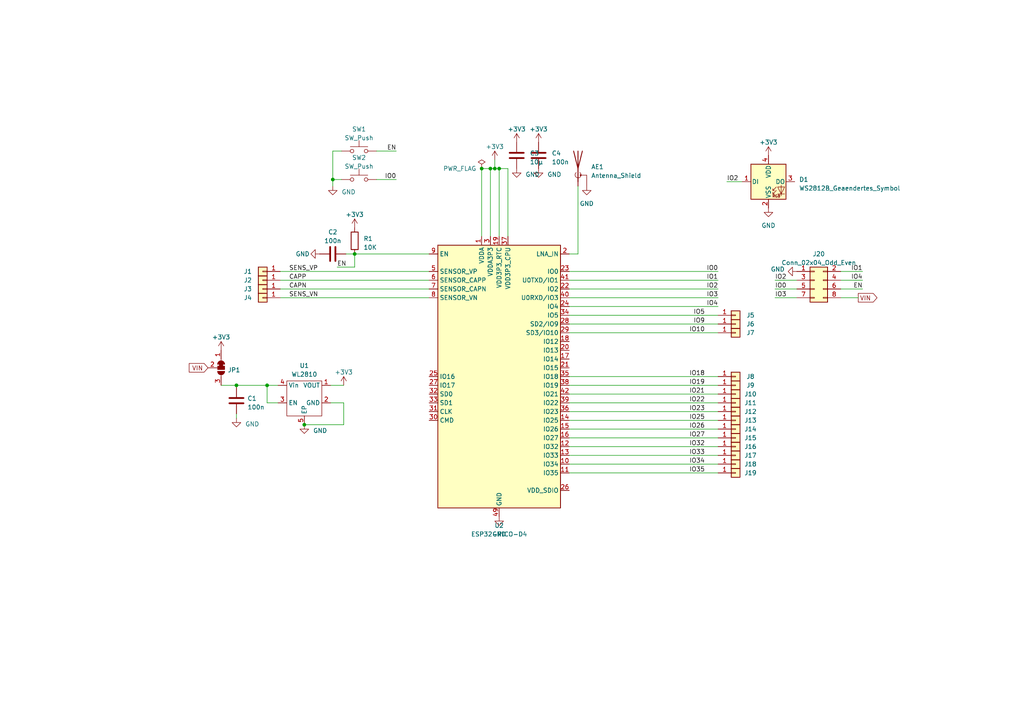
<source format=kicad_sch>
(kicad_sch (version 20210406) (generator eeschema)
  (paper "A4")
  (lib_symbols
    (symbol "Connector_Generic:Conn_01x01" (pin_names (offset 1.016) hide)
      (property "Reference" "J" (at 0 2.54 0))
      (property "Value" "Conn_01x01" (at 0 -2.54 0))
      (symbol "Conn_01x01_1_1"
        (rectangle (start -1.27 0.127) (end 0 -0.127) (stroke (width 0.1524)))
        (rectangle (start -1.27 1.27) (end 1.27 -1.27) (stroke (width 0.254)) (fill (type background)))
        (pin passive line (at -5.08 0 0) (length 3.81) (name "Pin_1") (number "1"))
      )
    )
    (symbol "Connector_Generic:Conn_02x04_Odd_Even" (pin_names (offset 1.016) hide)
      (property "Reference" "J" (at 1.27 5.08 0))
      (property "Value" "Conn_02x04_Odd_Even" (at 1.27 -7.62 0))
      (symbol "Conn_02x04_Odd_Even_1_1"
        (rectangle (start -1.27 -4.953) (end 0 -5.207) (stroke (width 0.1524)))
        (rectangle (start -1.27 -2.413) (end 0 -2.667) (stroke (width 0.1524)))
        (rectangle (start -1.27 0.127) (end 0 -0.127) (stroke (width 0.1524)))
        (rectangle (start -1.27 2.667) (end 0 2.413) (stroke (width 0.1524)))
        (rectangle (start 3.81 -4.953) (end 2.54 -5.207) (stroke (width 0.1524)))
        (rectangle (start 3.81 -2.413) (end 2.54 -2.667) (stroke (width 0.1524)))
        (rectangle (start 3.81 0.127) (end 2.54 -0.127) (stroke (width 0.1524)))
        (rectangle (start 3.81 2.667) (end 2.54 2.413) (stroke (width 0.1524)))
        (rectangle (start -1.27 3.81) (end 3.81 -6.35) (stroke (width 0.254)) (fill (type background)))
        (pin passive line (at -5.08 2.54 0) (length 3.81) (name "Pin_1") (number "1"))
        (pin passive line (at 7.62 2.54 180) (length 3.81) (name "Pin_2") (number "2"))
        (pin passive line (at -5.08 0 0) (length 3.81) (name "Pin_3") (number "3"))
        (pin passive line (at 7.62 0 180) (length 3.81) (name "Pin_4") (number "4"))
        (pin passive line (at -5.08 -2.54 0) (length 3.81) (name "Pin_5") (number "5"))
        (pin passive line (at 7.62 -2.54 180) (length 3.81) (name "Pin_6") (number "6"))
        (pin passive line (at -5.08 -5.08 0) (length 3.81) (name "Pin_7") (number "7"))
        (pin passive line (at 7.62 -5.08 180) (length 3.81) (name "Pin_8") (number "8"))
      )
    )
    (symbol "Device:Antenna_Shield" (pin_numbers hide) (pin_names (offset 1.016) hide)
      (property "Reference" "AE" (at -1.905 4.445 0))
      (property "Value" "Antenna_Shield" (at -1.905 2.54 0))
      (symbol "Antenna_Shield_0_1"
        (arc (start 0 -2.667) (end -0.508 -1.143) (radius (at -0.0254 -1.8542) (length 0.8128) (angles -88.2 124.2)))
        (arc (start 0 -2.667) (end 0.508 -1.143) (radius (at 0.0254 -1.8542) (length 0.8128) (angles -91.8 55.8)))
        (circle (center 0.762 -1.905) (radius 0.1778) (fill (type outline)))
        (polyline (pts (xy 0 -2.54) (xy 0 0)))
        (polyline (pts (xy 0 5.08) (xy 0 -3.81)) (stroke (width 0.254)))
        (polyline (pts (xy 0.762 -1.905) (xy 2.54 -1.905)))
        (polyline (pts (xy 2.54 -2.54) (xy 2.54 -1.905)))
        (polyline (pts (xy 1.27 5.08) (xy 0 0) (xy -1.27 5.08)) (stroke (width 0.254)))
      )
      (symbol "Antenna_Shield_1_1"
        (pin input line (at 0 -5.08 90) (length 2.54) (name "A") (number "1"))
        (pin input line (at 2.54 -5.08 90) (length 2.54) (name "Shield") (number "2"))
      )
    )
    (symbol "Device:C" (pin_numbers hide) (pin_names (offset 0.254))
      (property "Reference" "C" (at 0.635 2.54 0))
      (property "Value" "C" (at 0.635 -2.54 0))
      (symbol "C_0_1"
        (polyline (pts (xy -2.032 -0.762) (xy 2.032 -0.762)) (stroke (width 0.508)))
        (polyline (pts (xy -2.032 0.762) (xy 2.032 0.762)) (stroke (width 0.508)))
      )
      (symbol "C_1_1"
        (pin passive line (at 0 3.81 270) (length 2.794) (name "~") (number "1"))
        (pin passive line (at 0 -3.81 90) (length 2.794) (name "~") (number "2"))
      )
    )
    (symbol "Device:R" (pin_numbers hide) (pin_names (offset 0))
      (property "Reference" "R" (at 2.032 0 90))
      (property "Value" "R" (at 0 0 90))
      (symbol "R_0_1"
        (rectangle (start -1.016 -2.54) (end 1.016 2.54) (stroke (width 0.254)))
      )
      (symbol "R_1_1"
        (pin passive line (at 0 3.81 270) (length 1.27) (name "~") (number "1"))
        (pin passive line (at 0 -3.81 90) (length 1.27) (name "~") (number "2"))
      )
    )
    (symbol "Jumper:SolderJumper_3_Bridged12" (pin_names (offset 0) hide)
      (property "Reference" "JP" (at -2.54 -2.54 0))
      (property "Value" "SolderJumper_3_Bridged12" (at 0 2.794 0))
      (symbol "SolderJumper_3_Bridged12_0_1"
        (arc (start -1.016 1.016) (end -1.016 -1.016) (radius (at -1.016 0) (length 1.016) (angles 90.1 -90.1)))
        (arc (start 1.016 -1.016) (end 1.016 1.016) (radius (at 1.016 0) (length 1.016) (angles -89.9 89.9)))
        (arc (start -1.016 1.016) (end -1.016 -1.016) (radius (at -1.016 0) (length 1.016) (angles 90.1 -90.1)) (fill (type outline)))
        (arc (start 1.016 -1.016) (end 1.016 1.016) (radius (at 1.016 0) (length 1.016) (angles -89.9 89.9)) (fill (type outline)))
        (rectangle (start -1.016 0.508) (end -0.508 -0.508) (fill (type outline)))
        (rectangle (start -0.508 1.016) (end 0.508 -1.016) (fill (type outline)))
        (polyline (pts (xy -2.54 0) (xy -2.032 0)))
        (polyline (pts (xy -1.016 1.016) (xy -1.016 -1.016)))
        (polyline (pts (xy 0 -1.27) (xy 0 -1.016)))
        (polyline (pts (xy 1.016 1.016) (xy 1.016 -1.016)))
        (polyline (pts (xy 2.54 0) (xy 2.032 0)))
      )
      (symbol "SolderJumper_3_Bridged12_1_1"
        (pin passive line (at -5.08 0 0) (length 2.54) (name "A") (number "1"))
        (pin input line (at 0 -3.81 90) (length 2.54) (name "C") (number "2"))
        (pin passive line (at 5.08 0 180) (length 2.54) (name "B") (number "3"))
      )
    )
    (symbol "RF_Module:ESP32-PICO-D4"
      (property "Reference" "U" (at -17.78 39.37 0))
      (property "Value" "ESP32-PICO-D4" (at 3.81 39.37 0))
      (symbol "ESP32-PICO-D4_0_0"
        (pin power_in line (at -5.08 40.64 270) (length 2.54) (name "VDDA") (number "1"))
        (pin input line (at 20.32 -25.4 180) (length 2.54) (name "IO34") (number "10"))
        (pin input line (at 20.32 -27.94 180) (length 2.54) (name "IO35") (number "11"))
        (pin bidirectional line (at 20.32 -20.32 180) (length 2.54) (name "IO32") (number "12"))
        (pin bidirectional line (at 20.32 -22.86 180) (length 2.54) (name "IO33") (number "13"))
        (pin bidirectional line (at 20.32 -12.7 180) (length 2.54) (name "IO25") (number "14"))
        (pin bidirectional line (at 20.32 -15.24 180) (length 2.54) (name "IO26") (number "15"))
        (pin bidirectional line (at 20.32 -17.78 180) (length 2.54) (name "IO27") (number "16"))
        (pin bidirectional line (at 20.32 5.08 180) (length 2.54) (name "IO14") (number "17"))
        (pin bidirectional line (at 20.32 10.16 180) (length 2.54) (name "IO12") (number "18"))
        (pin power_in line (at 0 40.64 270) (length 2.54) (name "VDD3P3_RTC") (number "19"))
        (pin bidirectional line (at 20.32 35.56 180) (length 2.54) (name "LNA_IN") (number "2"))
        (pin bidirectional line (at 20.32 7.62 180) (length 2.54) (name "IO13") (number "20"))
        (pin bidirectional line (at 20.32 2.54 180) (length 2.54) (name "IO15") (number "21"))
        (pin bidirectional line (at 20.32 25.4 180) (length 2.54) (name "IO2") (number "22"))
        (pin bidirectional line (at 20.32 30.48 180) (length 2.54) (name "IO0") (number "23"))
        (pin bidirectional line (at 20.32 20.32 180) (length 2.54) (name "IO4") (number "24"))
        (pin bidirectional line (at -20.32 0 0) (length 2.54) (name "IO16") (number "25"))
        (pin power_out line (at 20.32 -33.02 180) (length 2.54) (name "VDD_SDIO") (number "26"))
        (pin bidirectional line (at -20.32 -2.54 0) (length 2.54) (name "IO17") (number "27"))
        (pin bidirectional line (at 20.32 15.24 180) (length 2.54) (name "SD2/IO9") (number "28"))
        (pin bidirectional line (at 20.32 12.7 180) (length 2.54) (name "SD3/IO10") (number "29"))
        (pin power_in line (at -2.54 40.64 270) (length 2.54) (name "VDDA3P3") (number "3"))
        (pin bidirectional line (at -20.32 -12.7 0) (length 2.54) (name "CMD") (number "30"))
        (pin bidirectional line (at -20.32 -10.16 0) (length 2.54) (name "CLK") (number "31"))
        (pin bidirectional line (at -20.32 -5.08 0) (length 2.54) (name "SD0") (number "32"))
        (pin bidirectional line (at -20.32 -7.62 0) (length 2.54) (name "SD1") (number "33"))
        (pin bidirectional line (at 20.32 17.78 180) (length 2.54) (name "IO5") (number "34"))
        (pin bidirectional line (at 20.32 0 180) (length 2.54) (name "IO18") (number "35"))
        (pin bidirectional line (at 20.32 -10.16 180) (length 2.54) (name "IO23") (number "36"))
        (pin power_in line (at 2.54 40.64 270) (length 2.54) (name "VDD3P3_CPU") (number "37"))
        (pin bidirectional line (at 20.32 -2.54 180) (length 2.54) (name "IO19") (number "38"))
        (pin bidirectional line (at 20.32 -7.62 180) (length 2.54) (name "IO22") (number "39"))
        (pin passive line (at -2.54 40.64 270) (length 2.54) hide (name "VDDA3P3") (number "4"))
        (pin bidirectional line (at 20.32 22.86 180) (length 2.54) (name "U0RXD/IO3") (number "40"))
        (pin bidirectional line (at 20.32 27.94 180) (length 2.54) (name "U0TXD/IO1") (number "41"))
        (pin bidirectional line (at 20.32 -5.08 180) (length 2.54) (name "IO21") (number "42"))
        (pin passive line (at -5.08 40.64 270) (length 2.54) hide (name "VDDA") (number "43"))
        (pin no_connect line (at -17.78 -25.4 0) (length 2.54) hide (name "XTAL_N_NC") (number "44"))
        (pin no_connect line (at -17.78 -27.94 0) (length 2.54) hide (name "XTAL_P_NC") (number "45"))
        (pin passive line (at -5.08 40.64 270) (length 2.54) hide (name "VDDA") (number "46"))
        (pin no_connect line (at -17.78 -30.48 0) (length 2.54) hide (name "CAP2_NC") (number "47"))
        (pin no_connect line (at -17.78 -33.02 0) (length 2.54) hide (name "CAP1_NC") (number "48"))
        (pin power_in line (at 0 -40.64 90) (length 2.54) (name "GND") (number "49"))
        (pin input line (at -20.32 30.48 0) (length 2.54) (name "SENSOR_VP") (number "5"))
        (pin input line (at -20.32 27.94 0) (length 2.54) (name "SENSOR_CAPP") (number "6"))
        (pin input line (at -20.32 25.4 0) (length 2.54) (name "SENSOR_CAPN") (number "7"))
        (pin input line (at -20.32 22.86 0) (length 2.54) (name "SENSOR_VN") (number "8"))
        (pin input line (at -20.32 35.56 0) (length 2.54) (name "EN") (number "9"))
      )
      (symbol "ESP32-PICO-D4_0_1"
        (rectangle (start -17.78 38.1) (end 17.78 -38.1) (stroke (width 0.254)) (fill (type background)))
      )
    )
    (symbol "Switch:SW_Push" (pin_numbers hide) (pin_names (offset 1.016) hide)
      (property "Reference" "SW" (at 1.27 2.54 0))
      (property "Value" "SW_Push" (at 0 -1.524 0))
      (symbol "SW_Push_0_1"
        (circle (center -2.032 0) (radius 0.508))
        (circle (center 2.032 0) (radius 0.508))
        (polyline (pts (xy 0 1.27) (xy 0 3.048)))
        (polyline (pts (xy 2.54 1.27) (xy -2.54 1.27)))
        (pin passive line (at -5.08 0 0) (length 2.54) (name "1") (number "1"))
        (pin passive line (at 5.08 0 180) (length 2.54) (name "2") (number "2"))
      )
    )
    (symbol "TheBrutzlers_Lib:WL2810"
      (property "Reference" "U" (at 0 7.62 0))
      (property "Value" "WL2810" (at 1.27 5.08 0))
      (symbol "WL2810_0_1"
        (rectangle (start -3.81 3.81) (end 6.35 -6.35) (stroke (width 0.1524)))
      )
      (symbol "WL2810_1_1"
        (pin power_out line (at 8.89 2.54 180) (length 2.54) (name "VOUT") (number "1"))
        (pin power_out line (at 8.89 -2.54 180) (length 2.54) (name "GND") (number "2"))
        (pin input line (at -6.35 -2.54 0) (length 2.54) (name "EN") (number "3"))
        (pin power_in line (at -6.35 2.54 0) (length 2.54) (name "Vin") (number "4"))
        (pin input line (at 1.27 -8.89 90) (length 2.54) (name "EP") (number "5"))
      )
    )
    (symbol "TheBrutzlers_Lib:WS2812B_Geaendertes_Symbol_1" (pin_names (offset 0.254))
      (property "Reference" "D1" (at 9.525 0.6351 0))
      (property "Value" "WS2812B_Geaendertes_Symbol" (at 9.525 -1.9049 0))
      (symbol "WS2812B_Geaendertes_Symbol_1_0_0"
        (text "RGB" (at 2.286 -4.191 0) (effects (font (size 0.762 0.762))))
      )
      (symbol "WS2812B_Geaendertes_Symbol_1_0_1"
        (rectangle (start 5.08 5.08) (end -5.08 -5.08) (stroke (width 0.254)) (fill (type background)))
        (polyline (pts (xy 1.27 -3.556) (xy 1.778 -3.556)))
        (polyline (pts (xy 1.27 -2.54) (xy 1.778 -2.54)))
        (polyline (pts (xy 4.699 -3.556) (xy 2.667 -3.556)))
        (polyline (pts (xy 2.286 -2.54) (xy 1.27 -3.556) (xy 1.27 -3.048)))
        (polyline (pts (xy 2.286 -1.524) (xy 1.27 -2.54) (xy 1.27 -2.032)))
        (polyline (pts (xy 3.683 -1.016) (xy 3.683 -3.556) (xy 3.683 -4.064)))
        (polyline (pts (xy 4.699 -1.524) (xy 2.667 -1.524) (xy 3.683 -3.556) (xy 4.699 -1.524)))
      )
      (symbol "WS2812B_Geaendertes_Symbol_1_1_1"
        (pin input line (at -7.62 0 0) (length 2.54) (name "DI") (number "1"))
        (pin power_in line (at 0 -7.62 90) (length 2.54) (name "VSS") (number "2"))
        (pin output line (at 7.62 0 180) (length 2.54) (name "DO") (number "3"))
        (pin power_in line (at 0 7.62 270) (length 2.54) (name "VDD") (number "4"))
      )
    )
    (symbol "power:+3V3" (power) (pin_names (offset 0))
      (property "Value" "+3V3" (at 0 3.556 0))
      (symbol "+3V3_0_1"
        (polyline (pts (xy -0.762 1.27) (xy 0 2.54)))
        (polyline (pts (xy 0 0) (xy 0 2.54)))
        (polyline (pts (xy 0 2.54) (xy 0.762 1.27)))
      )
      (symbol "+3V3_1_1"
        (pin power_in line (at 0 0 90) (length 0) hide (name "+3V3") (number "1"))
      )
    )
    (symbol "power:GND" (power) (pin_names (offset 0))
      (property "Value" "GND" (at 0 -3.81 0))
      (symbol "GND_0_1"
        (polyline (pts (xy 0 0) (xy 0 -1.27) (xy 1.27 -1.27) (xy 0 -2.54) (xy -1.27 -1.27) (xy 0 -1.27)))
      )
      (symbol "GND_1_1"
        (pin power_in line (at 0 0 270) (length 0) hide (name "GND") (number "1"))
      )
    )
    (symbol "power:PWR_FLAG" (power) (pin_numbers hide) (pin_names (offset 0) hide)
      (property "Value" "PWR_FLAG" (at 0 3.81 0))
      (symbol "PWR_FLAG_0_0"
        (pin power_out line (at 0 0 90) (length 0) (name "pwr") (number "1"))
      )
      (symbol "PWR_FLAG_0_1"
        (polyline (pts (xy 0 0) (xy 0 1.27) (xy -1.016 1.905) (xy 0 2.54) (xy 1.016 1.905) (xy 0 1.27)))
      )
    )
  )
  (junction (at 68.58 111.76) (diameter 0.9144))
  (junction (at 77.47 111.76) (diameter 0.9144))
  (junction (at 88.265 123.19) (diameter 0.9144))
  (junction (at 96.52 52.07) (diameter 0.9144))
  (junction (at 102.87 73.66) (diameter 0.9144))
  (junction (at 139.7 48.895) (diameter 0.9144))
  (junction (at 142.24 48.895) (diameter 0.9144))
  (junction (at 143.51 48.895) (diameter 0.9144))
  (junction (at 144.78 48.895) (diameter 0.9144))
  (wire (pts (xy 64.135 111.76) (xy 68.58 111.76)))
  (wire (pts (xy 68.58 111.76) (xy 68.58 112.395)))
  (wire (pts (xy 68.58 111.76) (xy 77.47 111.76)))
  (wire (pts (xy 68.58 121.285) (xy 68.58 120.015)))
  (wire (pts (xy 77.47 111.76) (xy 77.47 116.84)))
  (wire (pts (xy 77.47 111.76) (xy 80.645 111.76)))
  (wire (pts (xy 80.645 116.84) (xy 77.47 116.84)))
  (wire (pts (xy 81.28 78.74) (xy 124.46 78.74)))
  (wire (pts (xy 81.28 81.28) (xy 124.46 81.28)))
  (wire (pts (xy 81.28 83.82) (xy 124.46 83.82)))
  (wire (pts (xy 81.28 86.36) (xy 124.46 86.36)))
  (wire (pts (xy 95.885 111.76) (xy 99.695 111.76)))
  (wire (pts (xy 95.885 116.84) (xy 99.695 116.84)))
  (wire (pts (xy 96.52 43.815) (xy 96.52 52.07)))
  (wire (pts (xy 96.52 52.07) (xy 96.52 53.975)))
  (wire (pts (xy 97.79 77.47) (xy 102.87 77.47)))
  (wire (pts (xy 99.06 43.815) (xy 96.52 43.815)))
  (wire (pts (xy 99.06 52.07) (xy 96.52 52.07)))
  (wire (pts (xy 99.695 116.84) (xy 99.695 123.19)))
  (wire (pts (xy 99.695 123.19) (xy 88.265 123.19)))
  (wire (pts (xy 100.33 73.66) (xy 102.87 73.66)))
  (wire (pts (xy 102.87 73.66) (xy 102.87 77.47)))
  (wire (pts (xy 102.87 73.66) (xy 124.46 73.66)))
  (wire (pts (xy 109.22 43.815) (xy 114.935 43.815)))
  (wire (pts (xy 109.22 52.07) (xy 114.935 52.07)))
  (wire (pts (xy 139.7 48.895) (xy 139.7 68.58)))
  (wire (pts (xy 142.24 48.895) (xy 139.7 48.895)))
  (wire (pts (xy 142.24 48.895) (xy 142.24 68.58)))
  (wire (pts (xy 143.51 46.355) (xy 143.51 48.895)))
  (wire (pts (xy 143.51 48.895) (xy 142.24 48.895)))
  (wire (pts (xy 144.78 48.895) (xy 143.51 48.895)))
  (wire (pts (xy 144.78 48.895) (xy 144.78 68.58)))
  (wire (pts (xy 147.32 48.895) (xy 144.78 48.895)))
  (wire (pts (xy 147.32 48.895) (xy 147.32 68.58)))
  (wire (pts (xy 165.1 78.74) (xy 208.28 78.74)))
  (wire (pts (xy 165.1 81.28) (xy 208.28 81.28)))
  (wire (pts (xy 165.1 83.82) (xy 208.28 83.82)))
  (wire (pts (xy 165.1 86.36) (xy 208.28 86.36)))
  (wire (pts (xy 165.1 88.9) (xy 208.28 88.9)))
  (wire (pts (xy 165.1 91.44) (xy 208.28 91.44)))
  (wire (pts (xy 165.1 93.98) (xy 208.28 93.98)))
  (wire (pts (xy 165.1 96.52) (xy 208.28 96.52)))
  (wire (pts (xy 165.1 109.22) (xy 208.28 109.22)))
  (wire (pts (xy 165.1 111.76) (xy 208.28 111.76)))
  (wire (pts (xy 165.1 114.3) (xy 208.28 114.3)))
  (wire (pts (xy 165.1 116.84) (xy 208.28 116.84)))
  (wire (pts (xy 165.1 119.38) (xy 208.28 119.38)))
  (wire (pts (xy 165.1 121.92) (xy 208.28 121.92)))
  (wire (pts (xy 165.1 124.46) (xy 208.28 124.46)))
  (wire (pts (xy 165.1 127) (xy 208.28 127)))
  (wire (pts (xy 165.1 129.54) (xy 208.28 129.54)))
  (wire (pts (xy 165.1 132.08) (xy 208.28 132.08)))
  (wire (pts (xy 165.1 134.62) (xy 208.28 134.62)))
  (wire (pts (xy 165.1 137.16) (xy 208.28 137.16)))
  (wire (pts (xy 167.64 53.975) (xy 167.64 73.66)))
  (wire (pts (xy 167.64 73.66) (xy 165.1 73.66)))
  (wire (pts (xy 210.82 52.705) (xy 215.265 52.705)))
  (wire (pts (xy 224.79 81.28) (xy 231.14 81.28)))
  (wire (pts (xy 224.79 83.82) (xy 231.14 83.82)))
  (wire (pts (xy 224.79 86.36) (xy 231.14 86.36)))
  (wire (pts (xy 243.84 78.74) (xy 250.19 78.74)))
  (wire (pts (xy 243.84 81.28) (xy 250.19 81.28)))
  (wire (pts (xy 243.84 83.82) (xy 250.19 83.82)))
  (wire (pts (xy 243.84 86.36) (xy 248.92 86.36)))
  (label "SENS_VP" (at 83.82 78.74 0))
  (label "CAPP" (at 83.82 81.28 0))
  (label "CAPN" (at 83.82 83.82 0))
  (label "SENS_VN" (at 83.82 86.36 0))
  (label "EN" (at 97.79 77.47 0))
  (label "EN" (at 114.935 43.815 180))
  (label "IO0" (at 114.935 52.07 180))
  (label "IO5" (at 204.47 91.44 180))
  (label "IO9" (at 204.47 93.98 180))
  (label "IO10" (at 204.47 96.52 180))
  (label "IO18" (at 204.47 109.22 180))
  (label "IO19" (at 204.47 111.76 180))
  (label "IO21" (at 204.47 114.3 180))
  (label "IO22" (at 204.47 116.84 180))
  (label "IO23" (at 204.47 119.38 180))
  (label "IO25" (at 204.47 121.92 180))
  (label "IO26" (at 204.47 124.46 180))
  (label "IO27" (at 204.47 127 180))
  (label "IO32" (at 204.47 129.54 180))
  (label "IO33" (at 204.47 132.08 180))
  (label "IO34" (at 204.47 134.62 180))
  (label "IO35" (at 204.47 137.16 180))
  (label "IO0" (at 208.28 78.74 180))
  (label "IO1" (at 208.28 81.28 180))
  (label "IO2" (at 208.28 83.82 180))
  (label "IO3" (at 208.28 86.36 180))
  (label "IO4" (at 208.28 88.9 180))
  (label "IO2" (at 210.82 52.705 0))
  (label "IO2" (at 224.79 81.28 0))
  (label "IO0" (at 224.79 83.82 0))
  (label "IO3" (at 224.79 86.36 0))
  (label "IO1" (at 250.19 78.74 180))
  (label "IO4" (at 250.19 81.28 180))
  (label "EN" (at 250.19 83.82 180))
  (global_label "VIN" (shape input) (at 60.325 106.68 180) (property "Intersheet References" "${INTERSHEET_REFS}" (effects hide)))
  (global_label "VIN" (shape output) (at 248.92 86.36 0) (property "Intersheet References" "${INTERSHEET_REFS}" (effects hide)))
  (symbol (lib_id "power:+3V3") (at 64.135 101.6 0) (unit 1)
    (property "Reference" "#PWR01" (effects hide))
    (property "Value" "+3V3" (at 64.135 97.79 0))
  )
  (symbol (lib_id "power:+3V3") (at 99.695 111.76 0) (unit 1)
    (property "Reference" "#PWR06" (effects hide))
    (property "Value" "+3V3" (at 99.695 107.95 0))
  )
  (symbol (lib_id "power:+3V3") (at 102.87 66.04 0) (unit 1)
    (property "Reference" "#PWR07" (effects hide))
    (property "Value" "+3V3" (at 102.87 62.23 0))
  )
  (symbol (lib_id "power:+3V3") (at 143.51 46.355 0) (unit 1)
    (property "Reference" "#PWR08" (effects hide))
    (property "Value" "+3V3" (at 143.51 42.545 0))
  )
  (symbol (lib_id "power:+3V3") (at 149.86 41.275 0) (unit 1)
    (property "Reference" "#PWR010" (effects hide))
    (property "Value" "+3V3" (at 149.86 37.465 0))
  )
  (symbol (lib_id "power:+3V3") (at 156.21 41.275 0) (unit 1)
    (property "Reference" "#PWR012" (effects hide))
    (property "Value" "+3V3" (at 156.21 37.465 0))
  )
  (symbol (lib_id "power:+3V3") (at 222.885 45.085 0) (unit 1)
    (property "Reference" "#PWR015" (effects hide))
    (property "Value" "+3V3" (at 222.885 41.275 0))
  )
  (symbol (lib_id "power:PWR_FLAG") (at 139.7 48.895 0) (unit 1)
    (property "Reference" "#FLG01" (effects hide))
    (property "Value" "PWR_FLAG" (at 133.35 48.895 0))
  )
  (symbol (lib_id "power:GND") (at 68.58 121.285 0) (unit 1)
    (property "Reference" "#PWR02" (effects hide))
    (property "Value" "GND" (at 71.12 122.9994 0) (effects (justify left)))
  )
  (symbol (lib_id "power:GND") (at 88.265 123.19 0) (unit 1)
    (property "Reference" "#PWR03" (effects hide))
    (property "Value" "GND" (at 90.805 124.9044 0) (effects (justify left)))
  )
  (symbol (lib_id "power:GND") (at 92.71 73.66 270) (unit 1)
    (property "Reference" "#PWR04" (effects hide))
    (property "Value" "GND" (at 85.725 73.6599 90) (effects (justify left)))
  )
  (symbol (lib_id "power:GND") (at 96.52 53.975 0) (unit 1)
    (property "Reference" "#PWR05" (effects hide))
    (property "Value" "GND" (at 99.06 55.6894 0) (effects (justify left)))
  )
  (symbol (lib_id "power:GND") (at 144.78 149.86 0) (unit 1)
    (property "Reference" "#PWR09" (effects hide))
    (property "Value" "GND" (at 144.78 154.94 0))
  )
  (symbol (lib_id "power:GND") (at 149.86 48.895 0) (unit 1)
    (property "Reference" "#PWR011" (effects hide))
    (property "Value" "GND" (at 152.4 50.6094 0) (effects (justify left)))
  )
  (symbol (lib_id "power:GND") (at 156.21 48.895 0) (unit 1)
    (property "Reference" "#PWR013" (effects hide))
    (property "Value" "GND" (at 158.75 50.6094 0) (effects (justify left)))
  )
  (symbol (lib_id "power:GND") (at 170.18 53.975 0) (unit 1)
    (property "Reference" "#PWR014" (effects hide))
    (property "Value" "GND" (at 170.18 59.055 0))
  )
  (symbol (lib_id "power:GND") (at 222.885 60.325 0) (unit 1)
    (property "Reference" "#PWR016" (effects hide))
    (property "Value" "GND" (at 222.885 65.405 0))
  )
  (symbol (lib_id "power:GND") (at 231.14 78.74 270) (unit 1)
    (property "Reference" "#PWR017" (effects hide))
    (property "Value" "GND" (at 223.52 78.1049 90) (effects (justify left)))
  )
  (symbol (lib_id "Connector_Generic:Conn_01x01") (at 76.2 78.74 180) (unit 1)
    (property "Reference" "J1" (at 71.882 78.74 0))
    (property "Value" "Conn_01x01" (effects hide))
    (property "Footprint" "Eigene:CON_1x01" (effects hide))
  )
  (symbol (lib_id "Connector_Generic:Conn_01x01") (at 76.2 81.28 180) (unit 1)
    (property "Reference" "J2" (at 71.882 81.28 0))
    (property "Value" "Conn_01x01" (effects hide))
    (property "Footprint" "Eigene:CON_1x01" (effects hide))
  )
  (symbol (lib_id "Connector_Generic:Conn_01x01") (at 76.2 83.82 180) (unit 1)
    (property "Reference" "J3" (at 71.882 83.82 0))
    (property "Value" "Conn_01x01" (effects hide))
    (property "Footprint" "Eigene:CON_1x01" (effects hide))
  )
  (symbol (lib_id "Connector_Generic:Conn_01x01") (at 76.2 86.36 180) (unit 1)
    (property "Reference" "J4" (at 71.882 86.36 0))
    (property "Value" "Conn_01x01" (effects hide))
    (property "Footprint" "Eigene:CON_1x01" (effects hide))
  )
  (symbol (lib_id "Connector_Generic:Conn_01x01") (at 213.36 91.44 0) (unit 1)
    (property "Reference" "J5" (at 217.678 91.44 0))
    (property "Value" "Conn_01x01" (effects hide))
    (property "Footprint" "Eigene:CON_1x01" (effects hide))
  )
  (symbol (lib_id "Connector_Generic:Conn_01x01") (at 213.36 93.98 0) (unit 1)
    (property "Reference" "J6" (at 217.678 93.98 0))
    (property "Value" "Conn_01x01" (effects hide))
    (property "Footprint" "Eigene:CON_1x01" (effects hide))
  )
  (symbol (lib_id "Connector_Generic:Conn_01x01") (at 213.36 96.52 0) (unit 1)
    (property "Reference" "J7" (at 217.678 96.52 0))
    (property "Value" "Conn_01x01" (effects hide))
    (property "Footprint" "Eigene:CON_1x01" (effects hide))
  )
  (symbol (lib_id "Connector_Generic:Conn_01x01") (at 213.36 109.22 0) (unit 1)
    (property "Reference" "J8" (at 217.678 109.22 0))
    (property "Value" "Conn_01x01" (effects hide))
    (property "Footprint" "Eigene:CON_1x01" (effects hide))
  )
  (symbol (lib_id "Connector_Generic:Conn_01x01") (at 213.36 111.76 0) (unit 1)
    (property "Reference" "J9" (at 217.678 111.76 0))
    (property "Value" "Conn_01x01" (effects hide))
    (property "Footprint" "Eigene:CON_1x01" (effects hide))
  )
  (symbol (lib_id "Connector_Generic:Conn_01x01") (at 213.36 114.3 0) (unit 1)
    (property "Reference" "J10" (at 217.678 114.3 0))
    (property "Value" "Conn_01x01" (effects hide))
    (property "Footprint" "Eigene:CON_1x01" (effects hide))
  )
  (symbol (lib_id "Connector_Generic:Conn_01x01") (at 213.36 116.84 0) (unit 1)
    (property "Reference" "J11" (at 217.678 116.84 0))
    (property "Value" "Conn_01x01" (effects hide))
    (property "Footprint" "Eigene:CON_1x01" (effects hide))
  )
  (symbol (lib_id "Connector_Generic:Conn_01x01") (at 213.36 119.38 0) (unit 1)
    (property "Reference" "J12" (at 217.678 119.38 0))
    (property "Value" "Conn_01x01" (effects hide))
    (property "Footprint" "Eigene:CON_1x01" (effects hide))
  )
  (symbol (lib_id "Connector_Generic:Conn_01x01") (at 213.36 121.92 0) (unit 1)
    (property "Reference" "J13" (at 217.678 121.92 0))
    (property "Value" "Conn_01x01" (effects hide))
    (property "Footprint" "Eigene:CON_1x01" (effects hide))
  )
  (symbol (lib_id "Connector_Generic:Conn_01x01") (at 213.36 124.46 0) (unit 1)
    (property "Reference" "J14" (at 217.678 124.46 0))
    (property "Value" "Conn_01x01" (effects hide))
    (property "Footprint" "Eigene:CON_1x01" (effects hide))
  )
  (symbol (lib_id "Connector_Generic:Conn_01x01") (at 213.36 127 0) (unit 1)
    (property "Reference" "J15" (at 217.678 127 0))
    (property "Value" "Conn_01x01" (effects hide))
    (property "Footprint" "Eigene:CON_1x01" (effects hide))
  )
  (symbol (lib_id "Connector_Generic:Conn_01x01") (at 213.36 129.54 0) (unit 1)
    (property "Reference" "J16" (at 217.678 129.54 0))
    (property "Value" "Conn_01x01" (effects hide))
    (property "Footprint" "Eigene:CON_1x01" (effects hide))
  )
  (symbol (lib_id "Connector_Generic:Conn_01x01") (at 213.36 132.08 0) (unit 1)
    (property "Reference" "J17" (at 217.678 132.08 0))
    (property "Value" "Conn_01x01" (effects hide))
    (property "Footprint" "Eigene:CON_1x01" (effects hide))
  )
  (symbol (lib_id "Connector_Generic:Conn_01x01") (at 213.36 134.62 0) (unit 1)
    (property "Reference" "J18" (at 217.678 134.62 0))
    (property "Value" "Conn_01x01" (effects hide))
    (property "Footprint" "Eigene:CON_1x01" (effects hide))
  )
  (symbol (lib_id "Connector_Generic:Conn_01x01") (at 213.36 137.16 0) (unit 1)
    (property "Reference" "J19" (at 217.678 137.16 0))
    (property "Value" "Conn_01x01" (effects hide))
    (property "Footprint" "Eigene:CON_1x01" (effects hide))
  )
  (symbol (lib_id "Device:R") (at 102.87 69.85 0) (unit 1)
    (property "Reference" "R1" (at 105.41 69.2149 0) (effects (justify left)))
    (property "Value" "10K" (at 105.41 71.7549 0) (effects (justify left)))
    (property "Footprint" "Resistor_SMD:R_0603_1608Metric" (effects hide))
    (property "LCSC" "C73809" (effects hide))
  )
  (symbol (lib_id "Device:C") (at 68.58 116.205 180) (unit 1)
    (property "Reference" "C1" (at 71.755 115.5699 0) (effects (justify right)))
    (property "Value" "100n" (at 71.755 118.1099 0) (effects (justify right)))
    (property "Footprint" "Capacitor_SMD:C_0603_1608Metric" (effects hide))
    (property "LCSC" "C282519" (effects hide))
  )
  (symbol (lib_id "Device:C") (at 96.52 73.66 270) (unit 1)
    (property "Reference" "C2" (at 96.52 67.31 90))
    (property "Value" "100n" (at 96.52 69.85 90))
    (property "Footprint" "Capacitor_SMD:C_0603_1608Metric" (effects hide))
    (property "LCSC" "C282519" (effects hide))
  )
  (symbol (lib_id "Device:C") (at 149.86 45.085 180) (unit 1)
    (property "Reference" "C3" (at 153.67 44.4499 0) (effects (justify right)))
    (property "Value" "10µ" (at 153.67 46.9899 0) (effects (justify right)))
    (property "Footprint" "Capacitor_SMD:C_0603_1608Metric" (effects hide))
    (property "LCSC" "C85713" (effects hide))
  )
  (symbol (lib_id "Device:C") (at 156.21 45.085 180) (unit 1)
    (property "Reference" "C4" (at 160.02 44.4499 0) (effects (justify right)))
    (property "Value" "100n" (at 160.02 46.9899 0) (effects (justify right)))
    (property "Footprint" "Capacitor_SMD:C_0603_1608Metric" (effects hide))
    (property "LCSC" "C282519" (effects hide))
  )
  (symbol (lib_id "Switch:SW_Push") (at 104.14 43.815 0) (unit 1)
    (property "Reference" "SW1" (at 104.14 37.465 0))
    (property "Value" "SW_Push" (at 104.14 40.005 0))
    (property "Footprint" "TheBrutzlers_Lib:microswitch" (effects hide))
    (property "Datasheet" "https://datasheet.lcsc.com/lcsc/2001132236_HYP--Hongyuan-Precision-1TS028B-1100-0450-CT_C482003.pdf" (effects hide))
    (property "LCSC" "C482003" (effects hide))
  )
  (symbol (lib_id "Switch:SW_Push") (at 104.14 52.07 0) (unit 1)
    (property "Reference" "SW2" (at 104.14 45.72 0))
    (property "Value" "SW_Push" (at 104.14 48.26 0))
    (property "Footprint" "TheBrutzlers_Lib:microswitch" (effects hide))
    (property "LCSC" "C100056" (effects hide))
  )
  (symbol (lib_id "Device:Antenna_Shield") (at 167.64 48.895 0) (unit 1)
    (property "Reference" "AE1" (at 171.45 48.3869 0) (effects (justify left)))
    (property "Value" "Antenna_Shield" (at 171.45 50.9269 0) (effects (justify left)))
    (property "Footprint" "RF_Antenna:Texas_SWRA117D_2.4GHz_Left" (effects hide))
  )
  (symbol (lib_id "Jumper:SolderJumper_3_Bridged12") (at 64.135 106.68 270) (unit 1)
    (property "Reference" "JP1" (at 66.04 107.3149 90) (effects (justify left)))
    (property "Value" "SolderJumper_3_Bridged12" (effects hide))
    (property "Footprint" "Jumper:SolderJumper-3_P1.3mm_Bridged12_RoundedPad1.0x1.5mm" (effects hide))
  )
  (symbol (lib_id "Connector_Generic:Conn_02x04_Odd_Even") (at 236.22 81.28 0) (unit 1)
    (property "Reference" "J20" (at 237.49 73.66 0))
    (property "Value" "Conn_02x04_Odd_Even" (at 237.49 76.2 0))
    (property "Footprint" "Connector_PinHeader_2.54mm:PinHeader_2x04_P2.54mm_Vertical" (effects hide))
  )
  (symbol (lib_id "TheBrutzlers_Lib:WL2810") (at 86.995 114.3 0) (unit 1)
    (property "Reference" "U1" (at 88.265 106.045 0))
    (property "Value" "WL2810" (at 88.265 108.585 0))
    (property "Footprint" "Package_DFN_QFN:UDFN-4-1EP_1x1mm_P0.65mm_EP0.48x0.48mm" (effects hide))
    (property "Datasheet" "https://datasheet.lcsc.com/lcsc/2105241239_WILLSEMI-Will-Semicon-WL2810D33-4-TR_C506118.pdf" (effects hide))
    (property "LCSC" "C506118" (effects hide))
  )
  (symbol (lib_name "TheBrutzlers_Lib:WS2812B_Geaendertes_Symbol_1") (lib_id "TheBrutzlers_Lib:WS2812B_Geaendertes_Symbol") (at 222.885 52.705 0) (unit 1)
    (property "Reference" "D1" (at 231.775 52.0699 0) (effects (justify left)))
    (property "Value" "WS2812B_Geaendertes_Symbol" (at 231.775 54.6099 0) (effects (justify left)))
    (property "Footprint" "LED_SMD:LED_Cree-PLCC4_2x2mm_CW" (effects hide))
    (property "Datasheet" "https://cdn-shop.adafruit.com/datasheets/WS2812B.pdf" (effects hide))
    (property "LCSC" "C965556" (effects hide))
  )
  (symbol (lib_id "RF_Module:ESP32-PICO-D4") (at 144.78 109.22 0) (unit 1)
    (property "Reference" "U2" (at 144.78 152.4 0))
    (property "Value" "ESP32-PICO-D4" (at 144.78 154.94 0))
    (property "Footprint" "Package_DFN_QFN:QFN-48-1EP_7x7mm_P0.5mm_EP5.3x5.3mm" (effects hide))
    (property "Datasheet" "https://www.espressif.com/sites/default/files/documentation/esp32-pico-d4_datasheet_en.pdf" (effects hide))
    (property "LCSC" " C193707 " (effects hide))
  )
)
</source>
